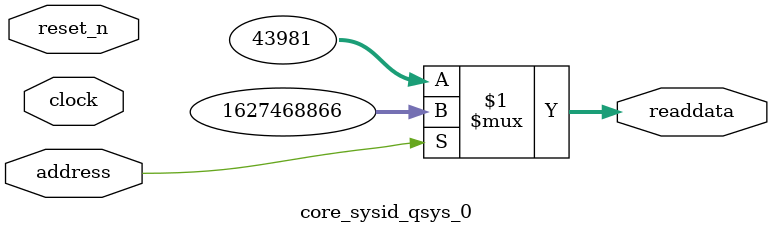
<source format=v>



// synthesis translate_off
`timescale 1ns / 1ps
// synthesis translate_on

// turn off superfluous verilog processor warnings 
// altera message_level Level1 
// altera message_off 10034 10035 10036 10037 10230 10240 10030 

module core_sysid_qsys_0 (
               // inputs:
                address,
                clock,
                reset_n,

               // outputs:
                readdata
             )
;

  output  [ 31: 0] readdata;
  input            address;
  input            clock;
  input            reset_n;

  wire    [ 31: 0] readdata;
  //control_slave, which is an e_avalon_slave
  assign readdata = address ? 1627468866 : 43981;

endmodule



</source>
